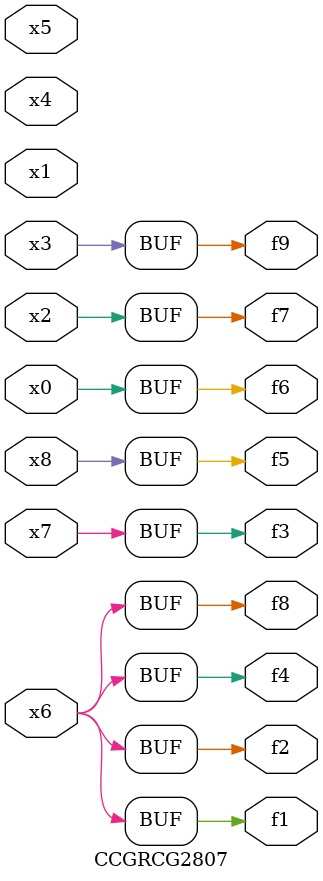
<source format=v>
module CCGRCG2807(
	input x0, x1, x2, x3, x4, x5, x6, x7, x8,
	output f1, f2, f3, f4, f5, f6, f7, f8, f9
);
	assign f1 = x6;
	assign f2 = x6;
	assign f3 = x7;
	assign f4 = x6;
	assign f5 = x8;
	assign f6 = x0;
	assign f7 = x2;
	assign f8 = x6;
	assign f9 = x3;
endmodule

</source>
